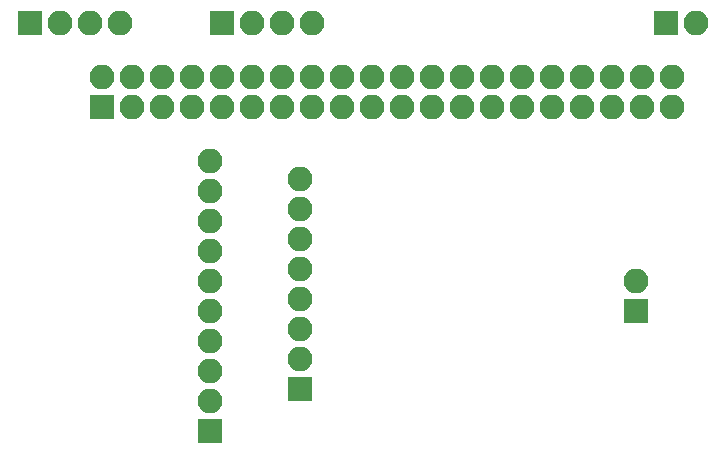
<source format=gbr>
G04 #@! TF.GenerationSoftware,KiCad,Pcbnew,(5.1.0-0)*
G04 #@! TF.CreationDate,2019-04-08T09:35:23+05:30*
G04 #@! TF.ProjectId,CAN_board,43414e5f-626f-4617-9264-2e6b69636164,rev?*
G04 #@! TF.SameCoordinates,Original*
G04 #@! TF.FileFunction,Soldermask,Top*
G04 #@! TF.FilePolarity,Negative*
%FSLAX46Y46*%
G04 Gerber Fmt 4.6, Leading zero omitted, Abs format (unit mm)*
G04 Created by KiCad (PCBNEW (5.1.0-0)) date 2019-04-08 09:35:23*
%MOMM*%
%LPD*%
G04 APERTURE LIST*
%ADD10R,2.100000X2.100000*%
%ADD11O,2.100000X2.100000*%
G04 APERTURE END LIST*
D10*
X114300000Y-43180000D03*
D11*
X114300000Y-40640000D03*
X116840000Y-43180000D03*
X116840000Y-40640000D03*
X119380000Y-43180000D03*
X119380000Y-40640000D03*
X121920000Y-43180000D03*
X121920000Y-40640000D03*
X124460000Y-43180000D03*
X124460000Y-40640000D03*
X127000000Y-43180000D03*
X127000000Y-40640000D03*
X129540000Y-43180000D03*
X129540000Y-40640000D03*
X132080000Y-43180000D03*
X132080000Y-40640000D03*
X134620000Y-43180000D03*
X134620000Y-40640000D03*
X137160000Y-43180000D03*
X137160000Y-40640000D03*
X139700000Y-43180000D03*
X139700000Y-40640000D03*
X142240000Y-43180000D03*
X142240000Y-40640000D03*
X144780000Y-43180000D03*
X144780000Y-40640000D03*
X147320000Y-43180000D03*
X147320000Y-40640000D03*
X149860000Y-43180000D03*
X149860000Y-40640000D03*
X152400000Y-43180000D03*
X152400000Y-40640000D03*
X154940000Y-43180000D03*
X154940000Y-40640000D03*
X157480000Y-43180000D03*
X157480000Y-40640000D03*
X160020000Y-43180000D03*
X160020000Y-40640000D03*
X162560000Y-43180000D03*
X162560000Y-40640000D03*
X131064000Y-49276000D03*
X131064000Y-51816000D03*
X131064000Y-54356000D03*
X131064000Y-56896000D03*
X131064000Y-59436000D03*
X131064000Y-61976000D03*
X131064000Y-64516000D03*
D10*
X131064000Y-67056000D03*
X159512000Y-60452000D03*
D11*
X159512000Y-57912000D03*
X115824000Y-36068000D03*
X113284000Y-36068000D03*
X110744000Y-36068000D03*
D10*
X108204000Y-36068000D03*
X123444000Y-70612000D03*
D11*
X123444000Y-68072000D03*
X123444000Y-65532000D03*
X123444000Y-62992000D03*
X123444000Y-60452000D03*
X123444000Y-57912000D03*
X123444000Y-55372000D03*
X123444000Y-52832000D03*
X123444000Y-50292000D03*
X123444000Y-47752000D03*
D10*
X124460000Y-36068000D03*
D11*
X127000000Y-36068000D03*
X129540000Y-36068000D03*
X132080000Y-36068000D03*
X164592000Y-36068000D03*
D10*
X162052000Y-36068000D03*
M02*

</source>
